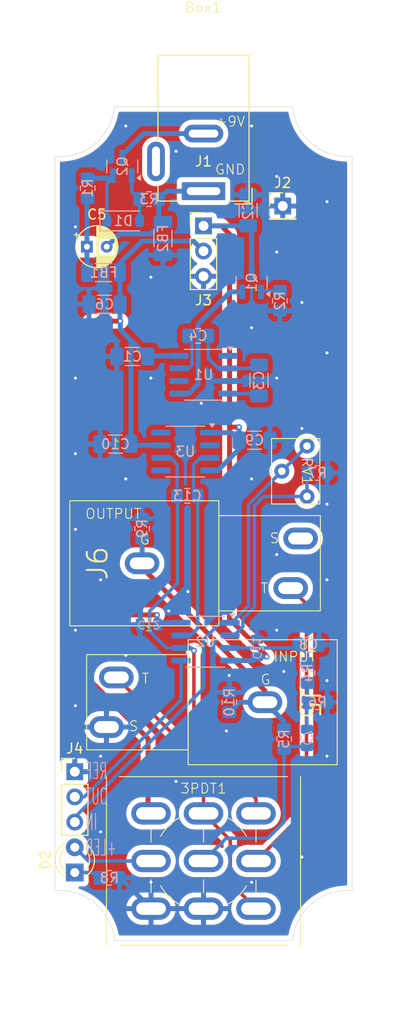
<source format=kicad_pcb>
(kicad_pcb (version 20240108) (generator "pcbnew") (generator_version "8.0")
  (layers (0 "F.Cu" jumper) (31 "B.Cu" signal) (34 "B.Paste" user) (35 "F.Paste" user) (36 "B.SilkS" user "B.Silkscreen") (37 "F.SilkS" user "F.Silkscreen") (38 "B.Mask" user) (39 "F.Mask" user) (44 "Edge.Cuts" user))
  (net 0 "")
  (net 1 "VIN")
  (net 2 "CAP-")
  (net 3 "GND")
  (net 4 "IN^{EFF}")
  (net 5 "CAP+")
  (net 6 "IN^{RAW}")
  (net 7 "OUT^{RAW}")
  (net 8 "Net-(D1-A)")
  (net 9 "Net-(U2A-+)")
  (net 10 "IN^{CONN}")
  (net 11 "+9V")
  (net 12 "Net-(C5-Pad1)")
  (net 14 "OUT^{CONN}")
  (net 15 "Net-(C7-Pad2)")
  (net 16 "Net-(U2B-OUT)")
  (net 17 "OUT^{EFF}")
  (net 18 "Net-(U2A--)")
  (net 19 "OSC")
  (net 20 "-V")
  (net 22 "Net-(Q1-E)")
  (net 23 "Net-(Q1-B)")
  (net 24 "Net-(D2-K)")
  (net 25 "Net-(3PDT1A-A2)")
  (net 26 "GNDS")
  (net 28 "Net-(D1-K)")
  (net 29 "GNDIN")
  (footprint "Connector_BarrelJack:BarrelJack_Wuerth_6941xx301002" (layer "F.Cu") (at 100 66.5 180)
    (property "Reference" "J1")
    (property "Value" "Barrel_Jack_Switch")
  )
  (footprint "Mylib:Bourns_3362S" (layer "F.Cu") (at 110.45 94.725 90)
    (property "Reference" "RV1")
    (property "Value" "100k")
  )
  (footprint "Connector_PinHeader_2.54mm:PinHeader_1x03_P2.54mm_Vertical" (layer "F.Cu") (at 87 125)
    (property "Reference" "J4")
    (property "Value" "Conn_01x03_Pin")
  )
  (footprint "Mylib:1590A" (layer "F.Cu") (at 100 100)
    (property "Reference" "Box1")
    (property "Value" "1590A")
  )
  (footprint "Mylib:3PDT-Stomp-Switch" (layer "F.Cu") (at 100 134)
    (property "Reference" "3PDT1")
    (property "Value" "3PDT")
  )
  (footprint "Connector_PinHeader_2.54mm:PinHeader_1x03_P2.54mm_Vertical" (layer "F.Cu") (at 100 70)
    (property "Reference" "J3")
    (property "Value" "Conn_01x03_Pin")
  )
  (footprint "Mylib:CK-6.35" (layer "F.Cu") (at 100.7 118 180)
    (property "Reference" "J5")
    (property "Value" "AudioJack2_Ground")
  )
  (footprint "Capacitor_THT:CP_Radial_D4.0mm_P2.00mm" (layer "F.Cu") (at 88.227401 72.1)
    (property "Reference" "C5")
    (property "Value" "47uF")
  )
  (footprint "Mylib:CK-6.35" (layer "F.Cu") (at 99.3 104)
    (property "Reference" "J6")
    (property "Value" "AudioJack2_Ground")
  )
  (footprint "Connector_PinHeader_2.54mm:PinHeader_1x01_P2.54mm_Vertical" (layer "F.Cu") (at 108 68)
    (property "Reference" "J2")
    (property "Value" "Ground")
  )
  (footprint "LED_THT:LED_D3.0mm" (layer "F.Cu") (at 87 135.16 90)
    (property "Reference" "D2")
    (property "Value" "LED")
  )
  (footprint "Resistor_SMD:R_0805_2012Metric_Pad1.20x1.40mm_HandSolder" (layer "B.Cu") (at 107.71 77.55 -90)
    (property "Reference" "R2")
    (property "Value" "22k")
  )
  (footprint "Capacitor_SMD:C_0805_2012Metric_Pad1.18x1.45mm_HandSolder" (layer "B.Cu") (at 98.37 97.2 180)
    (property "Reference" "C13")
    (property "Value" "10pF")
  )
  (footprint "Capacitor_SMD:C_1206_3216Metric_Pad1.33x1.80mm_HandSolder" (layer "B.Cu") (at 90 77.9 180)
    (property "Reference" "C6")
    (property "Value" "47uF")
  )
  (footprint "Capacitor_SMD:C_0805_2012Metric_Pad1.18x1.45mm_HandSolder" (layer "B.Cu") (at 99.45 81.08 180)
    (property "Reference" "C4")
    (property "Value" "10pF")
  )
  (footprint "Package_TO_SOT_SMD:SOT-23" (layer "B.Cu") (at 91.8 64 90)
    (property "Reference" "Q2")
    (property "Value" "40V")
  )
  (footprint "Capacitor_SMD:C_0805_2012Metric_Pad1.18x1.45mm_HandSolder" (layer "B.Cu") (at 110.6 112.2)
    (property "Reference" "C8")
    (property "Value" "220pF")
  )
  (footprint "Mylib:C_0704_1810Metric" (layer "B.Cu") (at 110.4375 121.6 90)
    (property "Reference" "C7")
    (property "Value" "0.1uF")
  )
  (footprint "Resistor_SMD:R_0805_2012Metric_Pad1.20x1.40mm_HandSolder" (layer "B.Cu") (at 111.5 94.9)
    (property "Reference" "R7")
    (property "Value" "10k")
  )
  (footprint "Diode_SMD:D_SOD-123" (layer "B.Cu") (at 91.9 69.5)
    (property "Reference" "D1")
    (property "Value" "12V")
  )
  (footprint "Capacitor_SMD:C_1206_3216Metric_Pad1.33x1.80mm_HandSolder" (layer "B.Cu") (at 105.6 85.57 -90)
    (property "Reference" "C3")
    (property "Value" "10uF")
  )
  (footprint "Package_SO:SOIC-8_3.9x4.9mm_P1.27mm" (layer "B.Cu") (at 98.17 92.745 180)
    (property "Reference" "U3")
    (property "Value" "BUF634AxD")
  )
  (footprint "Resistor_SMD:R_0805_2012Metric_Pad1.20x1.40mm_HandSolder" (layer "B.Cu") (at 110.5 115.0625 90)
    (property "Reference" "R4")
    (property "Value" "1k" (hide yes))
  )
  (footprint "Capacitor_SMD:C_1206_3216Metric_Pad1.33x1.80mm_HandSolder" (layer "B.Cu") (at 104.5 68.43 90)
    (property "Reference" "C2")
    (property "Value" "47uF")
  )
  (footprint "Capacitor_SMD:C_1206_3216Metric_Pad1.33x1.80mm_HandSolder" (layer "B.Cu") (at 105.15 91.6)
    (property "Reference" "C9")
    (property "Value" "10uF")
  )
  (footprint "Resistor_SMD:R_0805_2012Metric_Pad1.20x1.40mm_HandSolder" (layer "B.Cu") (at 88.3 66.2 -90)
    (property "Reference" "R1")
    (property "Value" "100R")
  )
  (footprint "Inductor_SMD:L_1206_3216Metric_Pad1.22x1.90mm_HandSolder" (layer "B.Cu") (at 95.9 71.2625 90)
    (property "Reference" "FB2")
    (property "Value" "FerriteBead")
  )
  (footprint "Resistor_SMD:R_0805_2012Metric_Pad1.20x1.40mm_HandSolder" (layer "B.Cu") (at 111.5 118)
    (property "Reference" "R6")
    (property "Value" "470k" (hide yes))
  )
  (footprint "Resistor_SMD:R_0805_2012Metric_Pad1.20x1.40mm_HandSolder" (layer "B.Cu") (at 90.5 135.7)
    (property "Reference" "R8")
    (property "Value" "10k")
  )
  (footprint "Package_TO_SOT_SMD:SOT-23" (layer "B.Cu") (at 104.86 75.71 90)
    (property "Reference" "Q1")
    (property "Value" "BC846")
  )
  (footprint "Package_SO:SOIC-8_3.9x4.9mm_P1.27mm" (layer "B.Cu") (at 100 85 180)
    (property "Reference" "U1")
    (property "Value" "LT1054")
  )
  (footprint "Resistor_SMD:R_0805_2012Metric_Pad1.20x1.40mm_HandSolder" (layer "B.Cu") (at 93.8 100.5 -90)
    (property "Reference" "R9")
    (property "Value" "10R")
  )
  (footprint "Capacitor_SMD:C_1206_3216Metric_Pad1.33x1.80mm_HandSolder" (layer "B.Cu") (at 92.81 83.16 180)
    (property "Reference" "C1")
    (property "Value" "10uF")
  )
  (footprint "Resistor_SMD:R_0805_2012Metric_Pad1.20x1.40mm_HandSolder" (layer "B.Cu") (at 102.6 118 -90)
    (property "Reference" "R10")
    (property "Value" "10R")
  )
  (footprint "Mylib:C_0704_1810Metric" (layer "B.Cu") (at 105.4 112.54 90)
    (property "Reference" "C11")
    (property "Value" "0.1uF")
  )
  (footprint "Resistor_SMD:R_0805_2012Metric_Pad1.20x1.40mm_HandSolder" (layer "B.Cu") (at 94.5 67.3)
    (property "Reference" "R3")
    (property "Value" "100k")
  )
  (footprint "Resistor_SMD:R_0805_2012Metric_Pad1.20x1.40mm_HandSolder" (layer "B.Cu") (at 108.1375 121.7 90)
    (property "Reference" "R5")
    (property "Value" "1M0" (hide yes))
  )
  (footprint "Inductor_SMD:L_1206_3216Metric_Pad1.22x1.90mm_HandSolder" (layer "B.Cu") (at 89.9 74.7)
    (property "Reference" "FB1")
    (property "Value" "FerriteBead")
  )
  (footprint "Capacitor_SMD:C_1206_3216Metric_Pad1.33x1.80mm_HandSolder" (layer "B.Cu") (at 91.11 91.99 180)
    (property "Reference" "C10")
    (property "Value" "10uF")
  )
  (footprint "Mylib:C_0704_1810Metric" (layer "B.Cu") (at 94.48 110.19 180)
    (property "Reference" "C12")
    (property "Value" "0.1uF")
  )
  (footprint "Package_SO:SOIC-8_3.9x4.9mm_P1.27mm" (layer "B.Cu") (at 100.2 111.9 180)
    (property "Reference" "U2")
    (property "Value" "OPA1656")
  )
  (gr_arc (start 109 142) (mid 110.964466 138.257359) (end 115 137) (stroke (width 0.05)) (layer "Edge.Cuts"))
  (gr_arc (start 91 58) (mid 89.035534 61.742641) (end 85 63) (stroke (width 0.05)) (layer "Edge.Cuts"))
  (gr_arc (start 115 63) (mid 110.964466 61.742641) (end 109 58) (stroke (width 0.05)) (layer "Edge.Cuts"))
  (gr_line (start 91 142) (end 109 142) (stroke (width 0.05)) (layer "Edge.Cuts"))
  (gr_line (start 115 63) (end 115 137) (stroke (width 0.05)) (layer "Edge.Cuts"))
  (gr_line (start 91 58) (end 109 58) (stroke (width 0.05)) (layer "Edge.Cuts"))
  (gr_line (start 85 137) (end 85 63) (stroke (width 0.05)) (layer "Edge.Cuts"))
  (gr_arc (start 85 137) (mid 89.035534 138.257359) (end 91 142) (stroke (width 0.05)) (layer "Edge.Cuts"))
  (gr_text "REF\nOUT\nIN\n+LED" (at 88 133.6 0) (layer "B.SilkS") (effects (font (size 1.6 0.8) (thickness 0.1)) (justify right bottom mirror)))
  (gr_text "INPUT" (at 107 114 0) (layer "F.SilkS") (effects (font (size 1 1) (thickness 0.1)) (justify left bottom)))
  (gr_text "+9V\n\n\nGND" (at 101.1 64.9 0) (layer "F.SilkS") (effects (font (size 1 1) (thickness 0.1)) (justify left bottom)))
  (gr_text "OUTPUT" (at 88 99.6 0) (layer "F.SilkS") (effects (font (size 1 1) (thickness 0.1)) (justify left bottom)))
  (segment (start 95.3 109.2) (end 85.75 109.2) (width 0.5) (layer "F.Cu") (net 1))
  (segment (start 85.75 109.2) (end 85.75 82.4) (width 0.5) (layer "F.Cu") (net 1))
  (segment (start 88.55 79.6) (end 85.75 82.4) (width 0.5) (layer "F.Cu") (net 1))
  (segment (start 94.4 129.2) (end 94.4 121.66) (width 0.5) (layer "F.Cu") (net 1))
  (segment (start 94.4 121.66) (end 85.75 113.01) (width 0.5) (layer "F.Cu") (net 1))
  (segment (start 91.6 79.6) (end 88.55 79.6) (width 0.5) (layer "F.Cu") (net 1))
  (segment (start 85.75 113.01) (end 85.75 109.2) (width 0.5) (layer "F.Cu") (net 1))
  (via (at 95.3 109.2) (size 0.6) (drill 0.3) (layers "F.Cu" "B.Cu") (net 1))
  (via (at 91.6 79.6) (size 0.6) (drill 0.3) (layers "F.Cu" "B.Cu") (net 1))
  (segment (start 97.725 109.995) (end 95.32 109.995) (width 0.5) (layer "B.Cu") (net 1))
  (segment (start 92.6725 81.54) (end 92.59125 81.45875) (width 0.5) (layer "B.Cu") (net 1))
  (segment (start 95.695 92.11) (end 92.7925 92.11) (width 0.5) (layer "B.Cu") (net 1))
  (segment (start 93.78 71.54) (end 91.5625 73.7575) (width 0.5) (layer "B.Cu") (net 1))
  (segment (start 92.59125 81.45875) (end 94.25 83.1175) (width 0.5) (layer "B.Cu") (net 1))
  (segment (start 95.3 109.975) (end 95.3 109.2) (width 0.5) (layer "B.Cu") (net 1))
  (segment (start 91.5625 77.9) (end 91.5625 79.5625) (width 0.5) (layer "B.Cu") (net 1))
  (segment (start 92.6725 91.99) (end 92.6725 81.54) (width 0.5) (layer "B.Cu") (net 1))
  (segment (start 91.5625 74.7) (end 91.5625 77.9) (width 0.5) (layer "B.Cu") (net 1))
  (segment (start 100 72.54) (end 99 71.54) (width 0.5) (layer "B.Cu") (net 1))
  (segment (start 97.525 83.095) (end 94.2725 83.095) (width 0.5) (layer "B.Cu") (net 1))
  (segment (start 91.5625 73.7575) (end 91.5625 74.7) (width 0.5) (layer "B.Cu") (net 1))
  (segment (start 99 71.54) (end 93.78 71.54) (width 0.5) (layer "B.Cu") (net 1))
  (segment (start 91.6 79.6) (end 91.6 80.4675) (width 0.5) (layer "B.Cu") (net 1))
  (segment (start 91.5625 79.5625) (end 91.6 79.6) (width 0.5) (layer "B.Cu") (net 1))
  (segment (start 91.6 80.4675) (end 92.59125 81.45875) (width 0.5) (layer "B.Cu") (net 1))
  (segment (start 102.475 86.905) (end 105.3725 86.905) (width 0.35) (layer "B.Cu") (net 2))
  (via (at 108.1 114.9) (size 0.6) (drill 0.3) (layers "F.Cu" "B.Cu") (net 3))
  (via (at 92.15 113.2795) (size 0.6) (drill 0.3) (layers "F.Cu" "B.Cu") (net 3))
  (via (at 89.61 105.6595) (size 0.6) (drill 0.3) (layers "F.Cu" "B.Cu") (net 3))
  (via (at 112.47 105.6595) (size 0.6) (drill 0.3) (layers "F.Cu" "B.Cu") (net 3))
  (via (at 107.39 103.1195) (size 0.6) (drill 0.3) (layers "F.Cu" "B.Cu") (net 3))
  (via (at 107.39 72.6395) (size 0.6) (drill 0.3) (layers "F.Cu" "B.Cu") (net 3))
  (via (at 107.39 85.3395) (size 0.6) (drill 0.3) (layers "F.Cu" "B.Cu") (net 3))
  (via (at 102.31 120.8995) (size 0.6) (drill 0.3) (layers "F.Cu" "B.Cu") (net 3))
  (via (at 107.39 65.0195) (size 0.6) (drill 0.3) (layers "F.Cu" "B.Cu") (net 3))
  (via (at 87.07 118.3595) (size 0.6) (drill 0.3) (layers "F.Cu" "B.Cu") (net 3))
  (via (at 92.15 95.4995) (size 0.6) (drill 0.3) (layers "F.Cu" "B.Cu") (net 3))
  (via (at 112.47 98.0395) (size 0.6) (drill 0.3) (layers "F.Cu" "B.Cu") (net 3))
  (via (at 87.07 92.9595) (size 0.6) (drill 0.3) (layers "F.Cu" "B.Cu") (net 3))
  (via (at 89.61 131.0595) (size 0.6) (drill 0.3) (layers "F.Cu" "B.Cu") (net 3))
  (via (at 92.15 59.9395) (size 0.6) (drill 0.3) (layers "F.Cu" "B.Cu") (net 3))
  (via (at 97.23 125.9795) (size 0.6) (drill 0.3) (layers "F.Cu" "B.Cu") (net 3))
  (via (at 102.6 115.3) (size 0.6) (drill 0.3) (layers "F.Cu" "B.Cu") (net 3))
  (via (at 112.47 123.4395) (size 0.6) (drill 0.3) (layers "F.Cu" "B.Cu") (net 3))
  (via (at 87.07 110.7395) (size 0.6) (drill 0.3) (layers "F.Cu" "B.Cu") (net 3))
  (via (at 94.69 75.1795) (size 0.6) (drill 0.3) (layers "F.Cu" "B.Cu") (net 3))
  (via (at 104.85 95.4995) (size 0.6) (drill 0.3) (layers "F.Cu" "B.Cu") (net 3))
  (via (at 112.47 115.8195) (size 0.6) (drill 0.3) (layers "F.Cu" "B.Cu") (net 3))
  (via (at 112.47 67.5595) (size 0.6) (drill 0.3) (layers "F.Cu" "B.Cu") (net 3))
  (via (at 94.69 136.1395) (size 0.6) (drill 0.3) (layers "F.Cu" "B.Cu") (net 3))
  (via (at 98.42 106.85) (size 0.6) (drill 0.3) (layers "F.Cu" "B.Cu") (net 3))
  (via (at 112.47 82.7995) (size 0.6) (drill 0.3) (layers "F.Cu" "B.Cu") (net 3))
  (via (at 87.07 70.0995) (size 0.6) (drill 0.3) (layers "F.Cu" "B.Cu") (net 3))
  (via (at 96.49 108.8) (size 0.6) (drill 0.3) (layers "F.Cu" "B.Cu") (net 3))
  (via (at 87.07 85.3395) (size 0.6) (drill 0.3) (layers "F.Cu" "B.Cu") (net 3))
  (via (at 109.93 77.7195) (size 0.6) (drill 0.3) (layers "F.Cu" "B.Cu") (net 3))
  (via (at 87.07 100.5795) (size 0.6) (drill 0.3) (layers "F.Cu" "B.Cu") (net 3))
  (via (at 104.85 136.1395) (size 0.6) (drill 0.3) (layers "F.Cu" "B.Cu") (net 3))
  (via (at 97.23 62.4795) (size 0.6) (drill 0.3) (layers "F.Cu" "B.Cu") (net 3))
  (via (at 104.85 59.9395) (size 0.6) (drill 0.3) (layers "F.Cu" "B.Cu") (net 3))
  (via (at 109.93 133.5995) (size 0.6) (drill 0.3) (layers "F.Cu" "B.Cu") (net 3))
  (via (at 94.69 85.3395) (size 0.6) (drill 0.3) (layers "F.Cu" "B.Cu") (net 3))
  (via (at 109.93 90.4195) (size 0.6) (drill 0.3) (layers "F.Cu" "B.Cu") (net 3))
  (via (at 99.77 87.8795) (size 0.6) (drill 0.3) (layers "F.Cu" "B.Cu") (net 3))
  (via (at 107.39 110.7395) (size 0.6) (drill 0.3) (layers "F.Cu" "B.Cu") (net 3))
  (via (at 89.61 123.4395) (size 0.6) (drill 0.3) (layers "F.Cu" "B.Cu") (net 3))
  (via (at 104.85 80.2595) (size 0.6) (drill 0.3) (layers "F.Cu" "B.Cu") (net 3))
  (segment (start 91.7 135.8) (end 94.7 138.8) (width 0.5) (layer "B.Cu") (net 3))
  (segment (start 104.54 108.28) (end 102.825 109.995) (width 0.35) (layer "B.Cu") (net 4))
  (segment (start 100 111.695001) (end 100 116.6) (width 0.35) (layer "B.Cu") (net 4))
  (segment (start 100 116.6) (end 87 129.6) (width 0.35) (layer "B.Cu") (net 4))
  (segment (start 87 129.4) (end 87 130.08) (width 0.35) (layer "B.Cu") (net 4))
  (segment (start 104.54 98.095) (end 104.54 108.28) (width 0.35) (layer "B.Cu") (net 4))
  (segment (start 102.675 109.995) (end 101.700001 109.995) (width 0.35) (layer "B.Cu") (net 4))
  (segment (start 110.45 92.185) (end 107.91 94.725) (width 0.35) (layer "B.Cu") (net 4))
  (segment (start 107.91 94.725) (end 104.54 98.095) (width 0.35) (layer "B.Cu") (net 4))
  (segment (start 101.700001 109.995) (end 100 111.695001) (width 0.35) (layer "B.Cu") (net 4))
  (segment (start 100.4875 83.352499) (end 101.500001 84.365) (width 0.35) (layer "B.Cu") (net 5))
  (segment (start 102.475 84.365) (end 105.2425 84.365) (width 0.35) (layer "B.Cu") (net 5))
  (segment (start 100.4875 81.08) (end 100.4875 83.352499) (width 0.35) (layer "B.Cu") (net 5))
  (segment (start 101.500001 84.365) (end 102.475 84.365) (width 0.35) (layer "B.Cu") (net 5))
  (segment (start 106.5 131.7) (end 108.1375 130.0625) (width 0.35) (layer "B.Cu") (net 6))
  (segment (start 108.1375 130.0625) (end 108.1375 122.7) (width 0.35) (layer "B.Cu") (net 6))
  (segment (start 106.5 131.7) (end 102.3 131.7) (width 0.35) (layer "B.Cu") (net 6))
  (segment (start 102.3 131.7) (end 100 134) (width 0.35) (layer "B.Cu") (net 6))
  (segment (start 110.4375 122.475) (end 108.3625 122.475) (width 0.35) (layer "B.Cu") (net 6))
  (segment (start 99.03 121.455) (end 105.3 127.725) (width 0.35) (layer "F.Cu") (net 7))
  (segment (start 99.03 112.79) (end 99.03 121.455) (width 0.35) (layer "F.Cu") (net 7))
  (segment (start 105.3 127.725) (end 105.3 129.2) (width 0.35) (layer "F.Cu") (net 7))
  (via (at 99.03 112.79) (size 0.6) (drill 0.3) (layers "F.Cu" "B.Cu") (net 7))
  (segment (start 97.3325 94.042501) (end 97.3325 97.2) (width 0.35) (layer "B.Cu") (net 7))
  (segment (start 96.265836 112.535) (end 94.57 110.839164) (width 0.35) (layer "B.Cu") (net 7))
  (segment (start 95.695 93.38) (end 96.669999 93.38) (width 0.35) (layer "B.Cu") (net 7))
  (segment (start 96.669999 93.38) (end 97.3325 94.042501) (width 0.35) (layer "B.Cu") (net 7))
  (segment (start 97.725 112.535) (end 96.265836 112.535) (width 0.35) (layer "B.Cu") (net 7))
  (segment (start 97.36 106.02) (end 97.36 97.2275) (width 0.35) (layer "B.Cu") (net 7))
  (segment (start 97.725 112.535) (end 98.775 112.535) (width 0.35) (layer "B.Cu") (net 7))
  (segment (start 97.36 97.2275) (end 97.3325 97.2) (width 0.35) (layer "B.Cu") (net 7))
  (segment (start 94.57 108.81) (end 97.36 106.02) (width 0.35) (layer "B.Cu") (net 7))
  (segment (start 98.775 112.535) (end 99.03 112.79) (width 0.35) (layer "B.Cu") (net 7))
  (segment (start 94.57 110.839164) (end 94.57 108.81) (width 0.35) (layer "B.Cu") (net 7))
  (segment (start 92.75 66.55) (end 93.5 67.3) (width 0.35) (layer "B.Cu") (net 8))
  (segment (start 92.75 65.1375) (end 92.75 66.55) (width 0.35) (layer "B.Cu") (net 8))
  (segment (start 93.55 69.5) (end 93.55 67.35) (width 0.35) (layer "B.Cu") (net 8))
  (segment (start 110.5 114.0625) (end 110.5 113.1375) (width 0.35) (layer "B.Cu") (net 9))
  (segment (start 102.675 112.535) (end 109.2275 112.535) (width 0.35) (layer "B.Cu") (net 9))
  (segment (start 110.5 113.1375) (end 109.5625 112.2) (width 0.35) (layer "B.Cu") (net 9))
  (segment (start 91.2 115.5) (end 100 124.3) (width 0.35) (layer "F.Cu") (net 10))
  (segment (start 102.7 136.2) (end 105.3 138.8) (width 0.35) (layer "F.Cu") (net 10))
  (segment (start 102.7 131.9) (end 102.7 136.2) (width 0.35) (layer "F.Cu") (net 10))
  (segment (start 100 129.2) (end 102.7 131.9) (width 0.35) (layer "F.Cu") (net 10))
  (segment (start 100 124.3) (end 100 129.2) (width 0.35) (layer "F.Cu") (net 10))
  (segment (start 91.8 62.8625) (end 93.9625 60.7) (width 0.5) (layer "B.Cu") (net 11))
  (segment (start 93.9625 60.7) (end 100 60.7) (width 0.5) (layer "B.Cu") (net 11))
  (segment (start 88.227401 72.1) (end 88.227401 67.272599) (width 0.5) (layer "B.Cu") (net 12))
  (segment (start 88.227401 72.1) (end 88.227401 74.689901) (width 0.5) (layer "B.Cu") (net 12))
  (segment (start 108.8 106.5) (end 110.4 108.1) (width 0.35) (layer "F.Cu") (net 14))
  (segment (start 110.4 128.9) (end 105.3 134) (width 0.35) (layer "F.Cu") (net 14))
  (segment (start 110.4 108.1) (end 110.4 128.9) (width 0.35) (layer "F.Cu") (net 14))
  (segment (start 110.4375 120.725) (end 110.4375 118.0625) (width 0.35) (layer "B.Cu") (net 15))
  (segment (start 110.5 118) (end 110.5 116.0625) (width 0.35) (layer "B.Cu") (net 15))
  (segment (start 99.41 97.2025) (end 99.4075 97.2) (width 0.35) (layer "B.Cu") (net 16))
  (segment (start 99.670001 93.38) (end 99 94.050001) (width 0.35) (layer "B.Cu") (net 16))
  (segment (start 99 94.050001) (end 99 96.7925) (width 0.35) (layer "B.Cu") (net 16))
  (segment (start 98.699999 111.265) (end 99.41 110.554999) (width 0.35) (layer "B.Cu") (net 16))
  (segment (start 97.725 111.265) (end 98.699999 111.265) (width 0.35) (layer "B.Cu") (net 16))
  (segment (start 99.41 110.554999) (end 99.41 97.2025) (width 0.35) (layer "B.Cu") (net 16))
  (segment (start 100.645 93.38) (end 99.670001 93.38) (width 0.35) (layer "B.Cu") (net 16))
  (segment (start 97.74 117.76) (end 87.96 127.54) (width 0.35) (layer "B.Cu") (net 17))
  (segment (start 97.74 113.82) (end 97.74 117.76) (width 0.35) (layer "B.Cu") (net 17))
  (segment (start 87.96 127.54) (end 87 127.54) (width 0.35) (layer "B.Cu") (net 17))
  (segment (start 97.725 113.805) (end 97.74 113.82) (width 0.35) (layer "B.Cu") (net 17))
  (segment (start 105.15 98.192106) (end 105.15 108.4) (width 0.35) (layer "B.Cu") (net 18))
  (segment (start 106.077106 97.265) (end 105.15 98.192106) (width 0.35) (layer "B.Cu") (net 18))
  (segment (start 105.15 108.4) (end 103.975 109.575) (width 0.35) (layer "B.Cu") (net 18))
  (segment (start 103.975 109.575) (end 103.975 110.385454) (width 0.35) (layer "B.Cu") (net 18))
  (segment (start 110.45 97.265) (end 106.077106 97.265) (width 0.35) (layer "B.Cu") (net 18))
  (segment (start 110.45 97.265) (end 110.45 94.95) (width 0.35) (layer "B.Cu") (net 18))
  (segment (start 103.975 110.385454) (end 103.095454 111.265) (width 0.35) (layer "B.Cu") (net 18))
  (segment (start 98.499999 84.365) (end 98.84 84.024999) (width 0.35) (layer "B.Cu") (net 19))
  (segment (start 98.84 81.5075) (end 98.4125 81.08) (width 0.35) (layer "B.Cu") (net 19))
  (segment (start 98.84 84.024999) (end 98.84 81.5075) (width 0.35) (layer "B.Cu") (net 19))
  (segment (start 97.525 84.365) (end 98.499999 84.365) (width 0.35) (layer "B.Cu") (net 19))
  (segment (start 106.32 113.29) (end 102.63 109.6) (width 0.5) (layer "F.Cu") (net 20))
  (segment (start 101.8 70) (end 100 70) (width 0.5) (layer "F.Cu") (net 20))
  (segment (start 102.63 109.6) (end 102.63 90.28) (width 0.5) (layer "F.Cu") (net 20))
  (segment (start 102.63 90.28) (end 102.63 70.83) (width 0.5) (layer "F.Cu") (net 20))
  (segment (start 106.32 113.41) (end 106.32 113.29) (width 0.5) (layer "F.Cu") (net 20))
  (segment (start 102.63 70.83) (end 101.8 70) (width 0.5) (layer "F.Cu") (net 20))
  (segment (start 103.58 90.28) (end 102.63 90.28) (width 0.5) (layer "F.Cu") (net 20))
  (via (at 106.38 113.41) (size 0.6) (drill 0.3) (layers "F.Cu" "B.Cu") (net 20))
  (via (at 103.58 90.28) (size 0.6) (drill 0.3) (layers "F.Cu" "B.Cu") (net 20))
  (segment (start 104.86 74.7725) (end 104.86 72.1374) (width 0.5) (layer "B.Cu") (net 20))
  (segment (start 103.5875 91.6) (end 103.5875 92.5) (width 0.5) (layer "B.Cu") (net 20))
  (segment (start 106.38 113.41) (end 105.405 113.41) (width 0.5) (layer "B.Cu") (net 20))
  (segment (start 103.5875 90.2875) (end 103.58 90.28) (width 0.5) (layer "B.Cu") (net 20))
  (segment (start 102.8275 90.84) (end 103.5875 91.6) (width 0.5) (layer "B.Cu") (net 20))
  (segment (start 103.5875 91.6) (end 103.5875 90.2875) (width 0.5) (layer "B.Cu") (net 20))
  (segment (start 104.8526 72.13) (end 104.8526 70.3451) (width 0.5) (layer "B.Cu") (net 20))
  (segment (start 100.645 90.84) (end 102.8275 90.84) (width 0.5) (layer "B.Cu") (net 20))
  (segment (start 104.86 72.1374) (end 104.8526 72.13) (width 0.5) (layer "B.Cu") (net 20))
  (segment (start 101.4375 94.65) (end 100.645 94.65) (width 0.5) (layer "B.Cu") (net 20))
  (segment (start 102.675 113.805) (end 105.01 113.805) (width 0.5) (layer "B.Cu") (net 20))
  (segment (start 105.01 113.805) (end 105.4 113.415) (width 0.5) (layer "B.Cu") (net 20))
  (segment (start 103.5875 92.5) (end 101.4375 94.65) (width 0.5) (layer "B.Cu") (net 20))
  (segment (start 100 70) (end 104.4925 70) (width 0.5) (layer "B.Cu") (net 20))
  (segment (start 99.46 79.9) (end 102.7125 76.6475) (width 0.5) (layer "B.Cu") (net 22))
  (segment (start 98.499999 86.905) (end 97.525 86.905) (width 0.35) (layer "B.Cu") (net 22))
  (segment (start 99.46 85.944999) (end 99.46 79.9) (width 0.5) (layer "B.Cu") (net 22))
  (segment (start 102.7125 76.6475) (end 103.91 76.6475) (width 0.5) (layer "B.Cu") (net 22))
  (segment (start 99.34 86.064999) (end 98.499999 86.905) (width 0.5) (layer "B.Cu") (net 22))
  (segment (start 99.34 86.064999) (end 99.46 85.944999) (width 0.5) (layer "B.Cu") (net 22))
  (segment (start 107.71 76.55) (end 105.9075 76.55) (width 0.35) (layer "B.Cu") (net 23))
  (segment (start 88.76 135.16) (end 89.4 135.8) (width 0.35) (layer "B.Cu") (net 24))
  (segment (start 87 135.16) (end 88.76 135.16) (width 0.35) (layer "B.Cu") (net 24))
  (segment (start 94.7 134) (end 88.38 134) (width 0.35) (layer "B.Cu") (net 25))
  (segment (start 88.38 134) (end 87 132.62) (width 0.35) (layer "B.Cu") (net 25))
  (segment (start 93.8 104.44) (end 106.2 116.84) (width 0.5) (layer "F.Cu") (net 26))
  (segment (start 106.2 116.84) (end 106.2 118) (width 0.5) (layer "F.Cu") (net 26))
  (segment (start 108.1375 119.9375) (end 106.2 118) (width 0.5) (layer "B.Cu") (net 26))
  (segment (start 106.2 118) (end 103.6 118) (width 0.5) (layer "B.Cu") (net 26))
  (segment (start 103.6 118) (end 102.6 119) (width 0.5) (layer "B.Cu") (net 26))
  (segment (start 108.1375 120.7) (end 108.1375 119.9375) (width 0.5) (layer "B.Cu") (net 26))
  (segment (start 93.8 101.5) (end 93.8 104) (width 0.5) (layer "B.Cu") (net 26))
  (segment (start 90.85 65.15) (end 90.25 65.75) (width 0.35) (layer "B.Cu") (net 28))
  (segment (start 90.25 65.75) (end 90.25 69.5) (width 0.35) (layer "B.Cu") (net 28))
  (segment (start 88.3 65.2) (end 90.7875 65.2) (width 0.5) (layer "B.Cu") (net 28))
  (segment (start 95.5 67.3) (end 95.5 69.2) (width 0.5) (layer "B.Cu") (net 29))
  (segment (start 100 66.5) (end 96.3 66.5) (width 0.5) (layer "B.Cu") (net 29))
  (segment (start 95.5 69.2) (end 95.9 69.6) (width 0.5) (layer "B.Cu") (net 29))
  (segment (start 96.3 66.5) (end 95.5 67.3) (width 0.5) (layer "B.Cu") (net 29))
  (segment (start 95.9 69.6) (end 94.7 70.8) (width 0.5) (layer "B.Cu") (net 29))
  (segment (start 94.7 70.8) (end 91.527401 70.8) (width 0.5) (layer "B.Cu") (net 29))
  (segment (start 91.527401 70.8) (end 90.227401 72.1) (width 0.5) (layer "B.Cu") (net 29))
  (zone (net 3) (net_name "GND") (layers "F.Cu" "B.Cu") (connect_pads (clearance 0.5)) (min_thickness 0.25) (fill yes (thermal_gap 0.5) (thermal_bridge_width 0.5) (smoothing fillet) (radius 1))
    (polygon (pts (xy 80.7 50) (xy 119.3 50) (xy 119.4 150) (xy 80.8 150)))
  )
)
</source>
